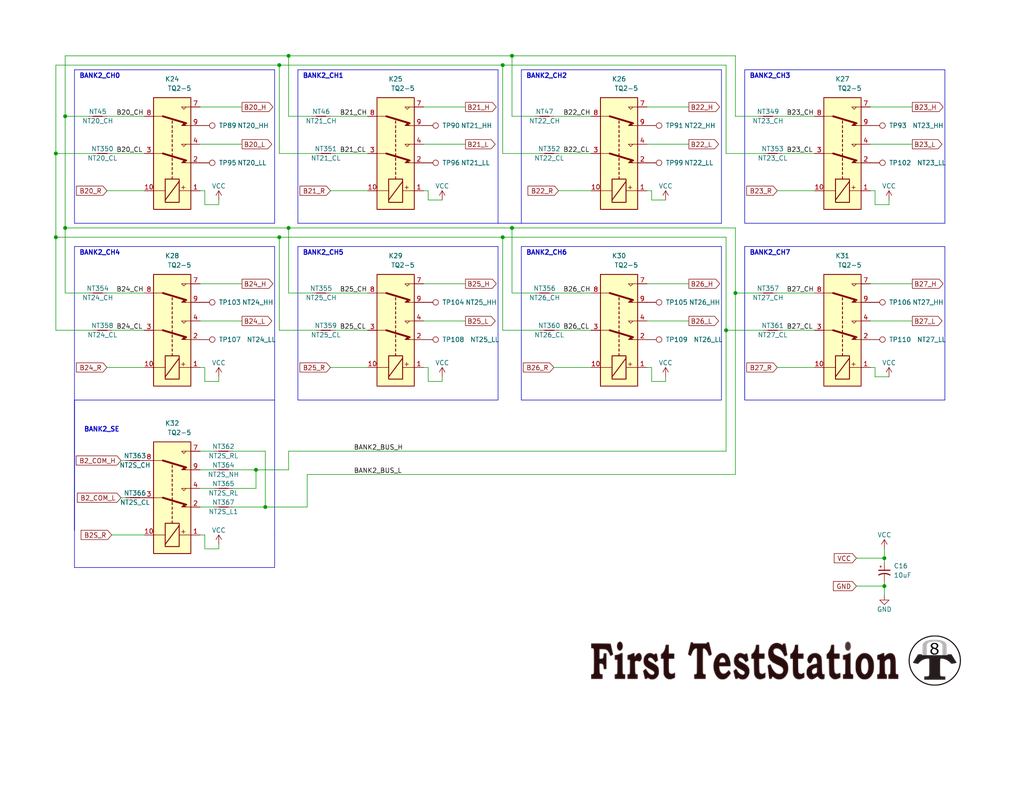
<source format=kicad_sch>
(kicad_sch (version 20230121) (generator eeschema)
  (paper "A")
  (title_block (title "Interconnect IO Board  640-1000-010") (date "2022-06-01") (rev "1.0"))
  (lib_symbols
    (symbol "Library:C_Polarized_Small_US" (pin_numbers hide) (pin_names (offset 0.254) hide)
      (property "Reference" "C" (at 0.254 1.778 0))
      (property "Value" "C_Polarized_Small_US" (at 0.254 -2.032 0))
      (symbol "C_Polarized_Small_US_0_1"
        (polyline (pts (xy -1.524 0.508) (xy 1.524 0.508)) (stroke (width 0.3048)))
        (polyline (pts (xy -1.27 1.524) (xy -0.762 1.524)))
        (polyline (pts (xy -1.016 1.27) (xy -1.016 1.778)))
        (arc (start 1.524 -0.762) (mid 0 -0.3734) (end -1.524 -0.762) (stroke (width 0.3048)))
      )
      (symbol "C_Polarized_Small_US_1_1"
        (pin passive line (at 0 2.54 270) (length 2.032) (name "~") (number "1"))
        (pin passive line (at 0 -2.54 90) (length 2.032) (name "~") (number "2"))
      )
    )
    (symbol "Library:NetTie_2" (pin_numbers hide) (pin_names (offset 0) hide)
      (property "Reference" "NT" (at 0 1.27 0))
      (property "Value" "NetTie_2" (at 0 -1.27 0))
      (symbol "NetTie_2_0_1"
        (polyline (pts (xy -1.27 0) (xy 1.27 0)) (stroke (width 0.254)))
      )
      (symbol "NetTie_2_1_1"
        (pin passive line (at -2.54 0 0) (length 2.54) (name "1") (number "1"))
        (pin passive line (at 2.54 0 180) (length 2.54) (name "2") (number "2"))
      )
    )
    (symbol "Library:TQ2-5"
      (property "Reference" "K?" (at 17.78 1.2701 0))
      (property "Value" "TQ2-5" (at 17.78 -1.2699 0))
      (symbol "TQ2-5_0_0"
        (text "+" (at -9.271 2.921 0) (effects (font (size 1.27 1.27))))
      )
      (symbol "TQ2-5_0_1"
        (rectangle (start -15.24 5.08) (end 15.24 -5.08) (stroke (width 0.254)) (fill (type background)))
        (rectangle (start -13.335 1.905) (end -6.985 -1.905) (stroke (width 0.254)))
        (polyline (pts (xy -12.7 -1.905) (xy -7.62 1.905)) (stroke (width 0.254)))
        (polyline (pts (xy -10.16 -5.08) (xy -10.16 -1.905)))
        (polyline (pts (xy -10.16 5.08) (xy -10.16 1.905)))
        (polyline (pts (xy -6.985 0) (xy -6.35 0)) (stroke (width 0.254)))
        (polyline (pts (xy -5.715 0) (xy -5.08 0)) (stroke (width 0.254)))
        (polyline (pts (xy -4.445 0) (xy -3.81 0)) (stroke (width 0.254)))
        (polyline (pts (xy -3.175 0) (xy -2.54 0)) (stroke (width 0.254)))
        (polyline (pts (xy -1.905 0) (xy -1.27 0)) (stroke (width 0.254)))
        (polyline (pts (xy -0.635 0) (xy 0 0)) (stroke (width 0.254)))
        (polyline (pts (xy 0 -2.54) (xy -1.905 3.81)) (stroke (width 0.508)))
        (polyline (pts (xy 0 -2.54) (xy 0 -5.08)))
        (polyline (pts (xy 0.635 0) (xy 1.27 0)) (stroke (width 0.254)))
        (polyline (pts (xy 1.905 0) (xy 2.54 0)) (stroke (width 0.254)))
        (polyline (pts (xy 3.175 0) (xy 3.81 0)) (stroke (width 0.254)))
        (polyline (pts (xy 4.445 0) (xy 5.08 0)) (stroke (width 0.254)))
        (polyline (pts (xy 5.715 0) (xy 6.35 0)) (stroke (width 0.254)))
        (polyline (pts (xy 6.985 0) (xy 7.62 0)) (stroke (width 0.254)))
        (polyline (pts (xy 8.255 0) (xy 8.89 0)) (stroke (width 0.254)))
        (polyline (pts (xy 10.16 -2.54) (xy 8.255 3.81)) (stroke (width 0.508)))
        (polyline (pts (xy 10.16 -2.54) (xy 10.16 -5.08)))
        (polyline (pts (xy -2.54 5.08) (xy -2.54 2.54) (xy -1.905 3.175) (xy -2.54 3.81)) (fill (type outline)))
        (polyline (pts (xy 2.54 5.08) (xy 2.54 2.54) (xy 1.905 3.175) (xy 2.54 3.81)))
        (polyline (pts (xy 7.62 5.08) (xy 7.62 2.54) (xy 8.255 3.175) (xy 7.62 3.81)) (fill (type outline)))
        (polyline (pts (xy 12.7 5.08) (xy 12.7 2.54) (xy 12.065 3.175) (xy 12.7 3.81)))
      )
      (symbol "TQ2-5_1_1"
        (pin passive line (at -10.16 7.62 270) (length 2.54) (name "~") (number "1"))
        (pin passive line (at -10.16 -7.62 90) (length 2.54) (name "~") (number "10"))
        (pin passive line (at -2.54 7.62 270) (length 2.54) (name "~") (number "2"))
        (pin passive line (at 0 -7.62 90) (length 2.54) (name "~") (number "3"))
        (pin passive line (at 2.54 7.62 270) (length 2.54) (name "~") (number "4"))
        (pin passive line (at 12.7 7.62 270) (length 2.54) (name "~") (number "7"))
        (pin passive line (at 10.16 -7.62 90) (length 2.54) (name "~") (number "8"))
        (pin passive line (at 7.62 7.62 270) (length 2.54) (name "~") (number "9"))
      )
    )
    (symbol "Library:TestPoint" (pin_numbers hide) (pin_names (offset 0.762) hide)
      (property "Reference" "TP" (at 0 6.858 0))
      (property "Value" "TestPoint" (at 0 5.08 0))
      (symbol "TestPoint_0_1"
        (circle (center 0 3.302) (radius 0.762))
      )
      (symbol "TestPoint_1_1"
        (pin passive line (at 0 0 90) (length 2.54) (name "1") (number "1"))
      )
    )
    (symbol "power:GND" (power) (pin_names (offset 0))
      (property "Value" "GND" (at 0 -3.81 0))
      (symbol "GND_0_1"
        (polyline (pts (xy 0 0) (xy 0 -1.27) (xy 1.27 -1.27) (xy 0 -2.54) (xy -1.27 -1.27) (xy 0 -1.27)))
      )
      (symbol "GND_1_1"
        (pin power_in line (at 0 0 270) (length 0) hide (name "GND") (number "1"))
      )
    )
    (symbol "power:VCC" (power) (pin_names (offset 0))
      (property "Value" "VCC" (at 0 3.81 0))
      (symbol "VCC_0_1"
        (polyline (pts (xy -0.762 1.27) (xy 0 2.54)))
        (polyline (pts (xy 0 0) (xy 0 2.54)))
        (polyline (pts (xy 0 2.54) (xy 0.762 1.27)))
      )
      (symbol "VCC_1_1"
        (pin power_in line (at 0 0 90) (length 0) hide (name "VCC") (number "1"))
      )
    )
  )
  (junction (at 69.85 128.27))
  (junction (at 17.78 62.23))
  (junction (at 76.2 64.77))
  (junction (at 241.3 152.4))
  (junction (at 72.39 138.43))
  (junction (at 200.66 80.01))
  (junction (at 78.74 15.24))
  (junction (at 76.2 17.78))
  (junction (at 137.16 64.77))
  (junction (at 17.78 31.75))
  (junction (at 139.7 62.23))
  (junction (at 137.16 17.78))
  (junction (at 15.24 64.77))
  (junction (at 78.74 62.23))
  (junction (at 198.12 90.17))
  (junction (at 139.7 15.24))
  (junction (at 241.3 160.02))
  (junction (at 15.24 41.91))
  (wire (pts (xy 152.4 90.17) (xy 161.29 90.17)))
  (wire (pts (xy 55.88 100.33) (xy 55.88 104.14)))
  (wire (pts (xy 238.76 100.33) (xy 237.49 100.33)))
  (wire (pts (xy 181.61 54.61) (xy 177.8 54.61)))
  (polyline (pts (xy 135.89 109.22) (xy 135.89 67.31)))
  (polyline (pts (xy 196.85 19.05) (xy 142.24 19.05)))
  (wire (pts (xy 115.57 39.37) (xy 127 39.37)))
  (wire (pts (xy 55.88 100.33) (xy 54.61 100.33)))
  (wire (pts (xy 151.13 100.33) (xy 161.29 100.33)))
  (wire (pts (xy 69.85 133.35) (xy 69.85 128.27)))
  (wire (pts (xy 237.49 39.37) (xy 248.92 39.37)))
  (wire (pts (xy 90.17 100.33) (xy 100.33 100.33)))
  (wire (pts (xy 55.88 52.07) (xy 54.61 52.07)))
  (wire (pts (xy 63.5 133.35) (xy 69.85 133.35)))
  (wire (pts (xy 237.49 77.47) (xy 248.92 77.47)))
  (wire (pts (xy 15.24 90.17) (xy 25.4 90.17)))
  (wire (pts (xy 29.21 52.07) (xy 39.37 52.07)))
  (wire (pts (xy 116.84 100.33) (xy 116.84 104.14)))
  (wire (pts (xy 78.74 15.24) (xy 17.78 15.24)))
  (polyline (pts (xy 20.32 60.96) (xy 74.93 60.96)))
  (wire (pts (xy 200.66 62.23) (xy 139.7 62.23)))
  (polyline (pts (xy 20.32 154.94) (xy 74.93 154.94)))
  (wire (pts (xy 59.69 149.86) (xy 55.88 149.86)))
  (polyline (pts (xy 74.93 146.05) (xy 74.93 67.31)))
  (wire (pts (xy 241.3 149.86) (xy 241.3 152.4)))
  (wire (pts (xy 139.7 62.23) (xy 139.7 80.01)))
  (wire (pts (xy 238.76 100.33) (xy 238.76 102.87)))
  (wire (pts (xy 90.17 31.75) (xy 100.33 31.75)))
  (wire (pts (xy 120.65 102.87) (xy 120.65 104.14)))
  (wire (pts (xy 55.88 146.05) (xy 55.88 149.86)))
  (wire (pts (xy 213.36 41.91) (xy 222.25 41.91)))
  (wire (pts (xy 15.24 41.91) (xy 15.24 17.78)))
  (polyline (pts (xy 74.93 154.94) (xy 74.93 146.05)))
  (polyline (pts (xy 203.2 67.31) (xy 203.2 109.22)))
  (polyline (pts (xy 196.85 67.31) (xy 142.24 67.31)))
  (wire (pts (xy 78.74 62.23) (xy 139.7 62.23)))
  (wire (pts (xy 116.84 100.33) (xy 115.57 100.33)))
  (polyline (pts (xy 74.93 109.22) (xy 20.32 109.22)))
  (wire (pts (xy 200.66 129.54) (xy 83.82 129.54)))
  (wire (pts (xy 54.61 123.19) (xy 58.42 123.19)))
  (wire (pts (xy 177.8 52.07) (xy 177.8 54.61)))
  (wire (pts (xy 237.49 29.21) (xy 248.92 29.21)))
  (wire (pts (xy 15.24 41.91) (xy 25.4 41.91)))
  (wire (pts (xy 115.57 29.21) (xy 127 29.21)))
  (wire (pts (xy 200.66 80.01) (xy 200.66 62.23)))
  (wire (pts (xy 17.78 62.23) (xy 17.78 31.75)))
  (wire (pts (xy 176.53 29.21) (xy 187.96 29.21)))
  (polyline (pts (xy 142.24 109.22) (xy 142.24 67.31)))
  (wire (pts (xy 137.16 17.78) (xy 137.16 41.91)))
  (wire (pts (xy 33.02 135.89) (xy 34.29 135.89)))
  (wire (pts (xy 238.76 52.07) (xy 238.76 55.88)))
  (wire (pts (xy 76.2 17.78) (xy 137.16 17.78)))
  (wire (pts (xy 120.65 104.14) (xy 116.84 104.14)))
  (polyline (pts (xy 81.28 19.05) (xy 81.28 60.96)))
  (wire (pts (xy 15.24 64.77) (xy 15.24 41.91)))
  (wire (pts (xy 72.39 138.43) (xy 63.5 138.43)))
  (wire (pts (xy 237.49 87.63) (xy 248.92 87.63)))
  (wire (pts (xy 151.13 31.75) (xy 161.29 31.75)))
  (polyline (pts (xy 20.32 109.22) (xy 20.32 144.78)))
  (wire (pts (xy 198.12 64.77) (xy 198.12 90.17)))
  (wire (pts (xy 54.61 29.21) (xy 66.04 29.21)))
  (wire (pts (xy 78.74 123.19) (xy 78.74 128.27)))
  (wire (pts (xy 33.02 125.73) (xy 34.29 125.73)))
  (wire (pts (xy 15.24 64.77) (xy 76.2 64.77)))
  (wire (pts (xy 200.66 31.75) (xy 200.66 15.24)))
  (polyline (pts (xy 257.81 67.31) (xy 203.2 67.31)))
  (wire (pts (xy 176.53 87.63) (xy 187.96 87.63)))
  (wire (pts (xy 177.8 100.33) (xy 176.53 100.33)))
  (polyline (pts (xy 81.28 109.22) (xy 81.28 67.31)))
  (polyline (pts (xy 196.85 60.96) (xy 196.85 19.05)))
  (polyline (pts (xy 142.24 19.05) (xy 142.24 60.96)))
  (polyline (pts (xy 142.24 109.22) (xy 196.85 109.22)))
  (wire (pts (xy 242.57 55.88) (xy 238.76 55.88)))
  (polyline (pts (xy 74.93 67.31) (xy 20.32 67.31)))
  (polyline (pts (xy 81.28 60.96) (xy 135.89 60.96)))
  (wire (pts (xy 212.09 52.07) (xy 222.25 52.07)))
  (wire (pts (xy 146.05 31.75) (xy 139.7 31.75)))
  (wire (pts (xy 30.48 41.91) (xy 39.37 41.91)))
  (wire (pts (xy 78.74 31.75) (xy 78.74 15.24)))
  (wire (pts (xy 78.74 80.01) (xy 85.09 80.01)))
  (polyline (pts (xy 74.93 19.05) (xy 20.32 19.05)))
  (polyline (pts (xy 203.2 109.22) (xy 257.81 109.22)))
  (wire (pts (xy 17.78 15.24) (xy 17.78 31.75)))
  (polyline (pts (xy 203.2 60.96) (xy 257.81 60.96)))
  (wire (pts (xy 198.12 41.91) (xy 208.28 41.91)))
  (wire (pts (xy 54.61 39.37) (xy 66.04 39.37)))
  (wire (pts (xy 30.48 90.17) (xy 39.37 90.17)))
  (wire (pts (xy 115.57 87.63) (xy 127 87.63)))
  (wire (pts (xy 139.7 80.01) (xy 146.05 80.01)))
  (wire (pts (xy 207.01 80.01) (xy 200.66 80.01)))
  (wire (pts (xy 91.44 90.17) (xy 100.33 90.17)))
  (polyline (pts (xy 142.24 60.96) (xy 196.85 60.96)))
  (wire (pts (xy 115.57 77.47) (xy 127 77.47)))
  (wire (pts (xy 76.2 41.91) (xy 86.36 41.91)))
  (wire (pts (xy 242.57 102.87) (xy 238.76 102.87)))
  (wire (pts (xy 198.12 90.17) (xy 208.28 90.17)))
  (wire (pts (xy 116.84 52.07) (xy 116.84 54.61)))
  (wire (pts (xy 54.61 133.35) (xy 58.42 133.35)))
  (wire (pts (xy 17.78 31.75) (xy 24.13 31.75)))
  (wire (pts (xy 78.74 62.23) (xy 78.74 80.01)))
  (polyline (pts (xy 196.85 109.22) (xy 196.85 67.31)))
  (wire (pts (xy 30.48 146.05) (xy 39.37 146.05)))
  (wire (pts (xy 59.69 102.87) (xy 59.69 104.14)))
  (wire (pts (xy 200.66 15.24) (xy 139.7 15.24)))
  (wire (pts (xy 241.3 152.4) (xy 241.3 153.67)))
  (polyline (pts (xy 135.89 60.96) (xy 135.89 19.05)))
  (wire (pts (xy 120.65 54.61) (xy 116.84 54.61)))
  (wire (pts (xy 29.21 31.75) (xy 39.37 31.75)))
  (wire (pts (xy 54.61 138.43) (xy 58.42 138.43)))
  (wire (pts (xy 212.09 80.01) (xy 222.25 80.01)))
  (polyline (pts (xy 20.32 109.22) (xy 20.32 154.94)))
  (wire (pts (xy 241.3 160.02) (xy 241.3 158.75)))
  (wire (pts (xy 137.16 41.91) (xy 147.32 41.91)))
  (polyline (pts (xy 20.32 67.31) (xy 20.32 109.22)))
  (polyline (pts (xy 81.28 109.22) (xy 135.89 109.22)))
  (wire (pts (xy 233.68 160.02) (xy 241.3 160.02)))
  (wire (pts (xy 139.7 31.75) (xy 139.7 15.24)))
  (wire (pts (xy 72.39 123.19) (xy 72.39 138.43)))
  (polyline (pts (xy 135.89 19.05) (xy 81.28 19.05)))
  (wire (pts (xy 55.88 146.05) (xy 54.61 146.05)))
  (wire (pts (xy 29.21 100.33) (xy 39.37 100.33)))
  (wire (pts (xy 83.82 129.54) (xy 83.82 138.43)))
  (wire (pts (xy 76.2 90.17) (xy 86.36 90.17)))
  (wire (pts (xy 213.36 90.17) (xy 222.25 90.17)))
  (wire (pts (xy 59.69 148.59) (xy 59.69 149.86)))
  (wire (pts (xy 91.44 41.91) (xy 100.33 41.91)))
  (wire (pts (xy 24.13 80.01) (xy 17.78 80.01)))
  (wire (pts (xy 17.78 62.23) (xy 78.74 62.23)))
  (wire (pts (xy 59.69 55.88) (xy 55.88 55.88)))
  (wire (pts (xy 116.84 52.07) (xy 115.57 52.07)))
  (polyline (pts (xy 74.93 60.96) (xy 74.93 19.05)))
  (polyline (pts (xy 257.81 109.22) (xy 257.81 67.31)))
  (wire (pts (xy 242.57 54.61) (xy 242.57 55.88)))
  (wire (pts (xy 152.4 52.07) (xy 161.29 52.07)))
  (wire (pts (xy 137.16 90.17) (xy 147.32 90.17)))
  (wire (pts (xy 198.12 41.91) (xy 198.12 17.78)))
  (wire (pts (xy 54.61 77.47) (xy 66.04 77.47)))
  (wire (pts (xy 59.69 104.14) (xy 55.88 104.14)))
  (wire (pts (xy 181.61 102.87) (xy 181.61 104.14)))
  (wire (pts (xy 241.3 160.02) (xy 241.3 162.56)))
  (wire (pts (xy 15.24 64.77) (xy 15.24 90.17)))
  (wire (pts (xy 78.74 123.19) (xy 198.12 123.19)))
  (polyline (pts (xy 20.32 19.05) (xy 20.32 60.96)))
  (wire (pts (xy 69.85 128.27) (xy 78.74 128.27)))
  (wire (pts (xy 83.82 138.43) (xy 72.39 138.43)))
  (wire (pts (xy 212.09 100.33) (xy 222.25 100.33)))
  (wire (pts (xy 198.12 17.78) (xy 137.16 17.78)))
  (wire (pts (xy 212.09 31.75) (xy 222.25 31.75)))
  (wire (pts (xy 90.17 52.07) (xy 100.33 52.07)))
  (wire (pts (xy 151.13 80.01) (xy 161.29 80.01)))
  (wire (pts (xy 76.2 64.77) (xy 76.2 90.17)))
  (wire (pts (xy 181.61 104.14) (xy 177.8 104.14)))
  (polyline (pts (xy 257.81 60.96) (xy 257.81 19.05)))
  (wire (pts (xy 233.68 152.4) (xy 241.3 152.4)))
  (polyline (pts (xy 257.81 19.05) (xy 203.2 19.05)))
  (polyline (pts (xy 135.89 60.96) (xy 142.24 60.96)))
  (wire (pts (xy 152.4 41.91) (xy 161.29 41.91)))
  (wire (pts (xy 63.5 123.19) (xy 72.39 123.19)))
  (wire (pts (xy 54.61 128.27) (xy 58.42 128.27)))
  (wire (pts (xy 15.24 17.78) (xy 76.2 17.78)))
  (polyline (pts (xy 203.2 67.31) (xy 203.2 109.22)))
  (polyline (pts (xy 203.2 19.05) (xy 203.2 60.96)))
  (wire (pts (xy 90.17 80.01) (xy 100.33 80.01)))
  (wire (pts (xy 76.2 64.77) (xy 137.16 64.77)))
  (wire (pts (xy 177.8 100.33) (xy 177.8 104.14)))
  (wire (pts (xy 63.5 128.27) (xy 69.85 128.27)))
  (wire (pts (xy 54.61 87.63) (xy 66.04 87.63)))
  (wire (pts (xy 59.69 54.61) (xy 59.69 55.88)))
  (polyline (pts (xy 135.89 67.31) (xy 81.28 67.31)))
  (wire (pts (xy 200.66 80.01) (xy 200.66 129.54)))
  (wire (pts (xy 198.12 123.19) (xy 198.12 90.17)))
  (wire (pts (xy 139.7 15.24) (xy 78.74 15.24)))
  (wire (pts (xy 176.53 77.47) (xy 187.96 77.47)))
  (wire (pts (xy 207.01 31.75) (xy 200.66 31.75)))
  (wire (pts (xy 17.78 80.01) (xy 17.78 62.23)))
  (wire (pts (xy 176.53 39.37) (xy 187.96 39.37)))
  (wire (pts (xy 55.88 52.07) (xy 55.88 55.88)))
  (wire (pts (xy 76.2 41.91) (xy 76.2 17.78)))
  (wire (pts (xy 29.21 80.01) (xy 39.37 80.01)))
  (wire (pts (xy 85.09 31.75) (xy 78.74 31.75)))
  (wire (pts (xy 137.16 64.77) (xy 137.16 90.17)))
  (wire (pts (xy 137.16 64.77) (xy 198.12 64.77)))
  (wire (pts (xy 177.8 52.07) (xy 176.53 52.07)))
  (wire (pts (xy 238.76 52.07) (xy 237.49 52.07)))
  (image (at 255.27 180.34))
  (image (at 203.2 180.34) (scale 2.13772))
  (text "BANK2_CH1" (at 82.55 21.59 0) (effects (font (size 1.27 1.27) (thickness 0.254) bold) (justify left bottom)))
  (text "BANK2_SE" (at 22.86 118.11 0) (effects (font (size 1.27 1.27) (thickness 0.254) bold) (justify left bottom)))
  (text "BANK2_CH4" (at 21.59 69.85 0) (effects (font (size 1.27 1.27) (thickness 0.254) bold) (justify left bottom)))
  (text "BANK2_CH6" (at 143.51 69.85 0) (effects (font (size 1.27 1.27) (thickness 0.254) bold) (justify left bottom)))
  (text "BANK2_CH7" (at 204.47 69.85 0) (effects (font (size 1.27 1.27) (thickness 0.254) bold) (justify left bottom)))
  (text "BANK2_CH3" (at 204.47 21.59 0) (effects (font (size 1.27 1.27) (thickness 0.254) bold) (justify left bottom)))
  (text "BANK2_CH5" (at 82.55 69.85 0) (effects (font (size 1.27 1.27) (thickness 0.254) bold) (justify left bottom)))
  (text "BANK2_CH0" (at 21.59 21.59 0) (effects (font (size 1.27 1.27) (thickness 0.254) bold) (justify left bottom)))
  (text "BANK2_CH2" (at 143.51 21.59 0) (effects (font (size 1.27 1.27) (thickness 0.254) bold) (justify left bottom)))
  (label "B20_CH" (at 31.75 31.75 0))
  (label "B21_CH" (at 92.71 31.75 0))
  (label "B25_CH" (at 92.71 80.01 0))
  (label "B23_CL" (at 214.63 41.91 0))
  (label "B25_CL" (at 92.71 90.17 0))
  (label "B24_CL" (at 31.75 90.17 0))
  (label "B23_CH" (at 214.63 31.75 0))
  (label "B20_CL" (at 31.75 41.91 0))
  (label "BANK2_BUS_L" (at 96.52 129.54 0))
  (label "B26_CH" (at 153.67 80.01 0))
  (label "B27_CL" (at 214.63 90.17 0))
  (label "B27_CH" (at 214.63 80.01 0))
  (label "B22_CL" (at 153.67 41.91 0))
  (label "B22_CH" (at 153.67 31.75 0))
  (label "BANK2_BUS_H" (at 96.52 123.19 0))
  (label "B24_CH" (at 31.75 80.01 0))
  (label "B21_CL" (at 92.71 41.91 0))
  (label "B26_CL" (at 153.67 90.17 0))
  (global_label "B27_H" (shape output) (at 248.92 77.47 0) (property "Intersheetrefs" "${INTERSHEET_REFS}" (effects hide)))
  (global_label "B22_H" (shape output) (at 187.96 29.21 0) (property "Intersheetrefs" "${INTERSHEET_REFS}" (effects hide)))
  (global_label "B25_H" (shape output) (at 127 77.47 0) (property "Intersheetrefs" "${INTERSHEET_REFS}" (effects hide)))
  (global_label "B23_H" (shape output) (at 248.92 29.21 0) (property "Intersheetrefs" "${INTERSHEET_REFS}" (effects hide)))
  (global_label "B20_H" (shape output) (at 66.04 29.21 0) (property "Intersheetrefs" "${INTERSHEET_REFS}" (effects hide)))
  (global_label "B22_L" (shape output) (at 187.96 39.37 0) (property "Intersheetrefs" "${INTERSHEET_REFS}" (effects hide)))
  (global_label "B20_R" (shape input) (at 29.21 52.07 180) (property "Intersheetrefs" "${INTERSHEET_REFS}" (effects hide)))
  (global_label "B25_R" (shape input) (at 90.17 100.33 180) (property "Intersheetrefs" "${INTERSHEET_REFS}" (effects hide)))
  (global_label "B22_R" (shape input) (at 152.4 52.07 180) (property "Intersheetrefs" "${INTERSHEET_REFS}" (effects hide)))
  (global_label "B21_L" (shape output) (at 127 39.37 0) (property "Intersheetrefs" "${INTERSHEET_REFS}" (effects hide)))
  (global_label "B21_H" (shape output) (at 127 29.21 0) (property "Intersheetrefs" "${INTERSHEET_REFS}" (effects hide)))
  (global_label "B24_R" (shape input) (at 29.21 100.33 180) (property "Intersheetrefs" "${INTERSHEET_REFS}" (effects hide)))
  (global_label "GND" (shape input) (at 233.68 160.02 180) (property "Intersheetrefs" "${INTERSHEET_REFS}" (effects hide)))
  (global_label "B21_R" (shape input) (at 90.17 52.07 180) (property "Intersheetrefs" "${INTERSHEET_REFS}" (effects hide)))
  (global_label "B27_L" (shape output) (at 248.92 87.63 0) (property "Intersheetrefs" "${INTERSHEET_REFS}" (effects hide)))
  (global_label "B2S_R" (shape input) (at 30.48 146.05 180) (property "Intersheetrefs" "${INTERSHEET_REFS}" (effects hide)))
  (global_label "B24_H" (shape output) (at 66.04 77.47 0) (property "Intersheetrefs" "${INTERSHEET_REFS}" (effects hide)))
  (global_label "B25_L" (shape output) (at 127 87.63 0) (property "Intersheetrefs" "${INTERSHEET_REFS}" (effects hide)))
  (global_label "B26_H" (shape output) (at 187.96 77.47 0) (property "Intersheetrefs" "${INTERSHEET_REFS}" (effects hide)))
  (global_label "B26_R" (shape input) (at 151.13 100.33 180) (property "Intersheetrefs" "${INTERSHEET_REFS}" (effects hide)))
  (global_label "B23_R" (shape input) (at 212.09 52.07 180) (property "Intersheetrefs" "${INTERSHEET_REFS}" (effects hide)))
  (global_label "B27_R" (shape input) (at 212.09 100.33 180) (property "Intersheetrefs" "${INTERSHEET_REFS}" (effects hide)))
  (global_label "B2_COM_H" (shape input) (at 33.02 125.73 180) (property "Intersheetrefs" "${INTERSHEET_REFS}" (effects hide)))
  (global_label "B26_L" (shape output) (at 187.96 87.63 0) (property "Intersheetrefs" "${INTERSHEET_REFS}" (effects hide)))
  (global_label "B20_L" (shape output) (at 66.04 39.37 0) (property "Intersheetrefs" "${INTERSHEET_REFS}" (effects hide)))
  (global_label "B2_COM_L" (shape input) (at 33.02 135.89 180) (property "Intersheetrefs" "${INTERSHEET_REFS}" (effects hide)))
  (global_label "B24_L" (shape output) (at 66.04 87.63 0) (property "Intersheetrefs" "${INTERSHEET_REFS}" (effects hide)))
  (global_label "B23_L" (shape output) (at 248.92 39.37 0) (property "Intersheetrefs" "${INTERSHEET_REFS}" (effects hide)))
  (global_label "VCC" (shape input) (at 233.68 152.4 180) (property "Intersheetrefs" "${INTERSHEET_REFS}" (effects hide)))
  (symbol (lib_id "Library:C_Polarized_Small_US") (at 241.3 156.21 0) (unit 1)
    (property "Reference" "C16" (at 243.84 154.5081 0) (effects (justify left)))
    (property "Value" "10uF" (at 243.84 157.0481 0) (effects (justify left)))
    (property "Footprint" "Capacitor_THT:CP_Radial_D4.0mm_P1.50mm" (effects hide))
  )
  (symbol (lib_id "Library:NetTie_2") (at 36.83 125.73 0) (unit 1)
    (property "Reference" "NT363" (at 36.83 124.46 0))
    (property "Value" "NT2S_CH" (at 36.83 127 0))
    (property "Footprint" "NetTie:NetTie-2_Front1.0mm" (effects hide))
  )
  (symbol (lib_id "Library:TQ2-5") (at 46.99 41.91 270) (mirror x) (unit 1)
    (property "Reference" "K24" (at 46.99 21.59 90))
    (property "Value" "TQ2-5" (at 45.7201 24.13 90) (effects (justify left)))
    (property "Footprint" "Relay_THT:Relay_DPDT_FRT5" (effects hide))
    (property "Datasheet" "http://omronfs.omron.com/en_US/ecb/products/pdf/en-tq2.pdf" (effects hide))
  )
  (symbol (lib_id "Library:TestPoint") (at 54.61 82.55 270) (unit 1)
    (property "Reference" "TP103" (at 59.69 82.55 90) (effects (justify left)))
    (property "Value" "NT24_HH" (at 66.04 82.55 90) (effects (justify left)))
    (property "Footprint" "TestPoint:TestPoint_THTPad_D1.5mm_Drill0.7mm" (effects hide))
  )
  (symbol (lib_id "Library:TestPoint") (at 176.53 44.45 270) (unit 1)
    (property "Reference" "TP99" (at 181.61 44.45 90) (effects (justify left)))
    (property "Value" "NT22_LL" (at 186.69 44.45 90) (effects (justify left)))
    (property "Footprint" "TestPoint:TestPoint_THTPad_D1.5mm_Drill0.7mm" (effects hide))
  )
  (symbol (lib_id "power:VCC") (at 181.61 102.87 0) (unit 1)
    (property "Reference" "#PWR060" (effects hide))
    (property "Value" "VCC" (at 181.61 99.06 0))
  )
  (symbol (lib_id "Library:NetTie_2") (at 87.63 80.01 0) (unit 1)
    (property "Reference" "NT355" (at 87.63 78.74 0))
    (property "Value" "NT25_CH" (at 87.63 81.28 0))
    (property "Footprint" "NetTie:NetTie-2_Front1.0mm" (effects hide))
  )
  (symbol (lib_id "Library:NetTie_2") (at 88.9 90.17 0) (unit 1)
    (property "Reference" "NT359" (at 88.9 88.9 0))
    (property "Value" "NT25_CL" (at 88.9 91.44 0))
    (property "Footprint" "NetTie:NetTie-2_Front1.0mm" (effects hide))
  )
  (symbol (lib_id "power:VCC") (at 59.69 148.59 0) (unit 1)
    (property "Reference" "#PWR062" (effects hide))
    (property "Value" "VCC" (at 59.69 144.78 0))
  )
  (symbol (lib_id "Library:NetTie_2") (at 209.55 31.75 0) (unit 1)
    (property "Reference" "NT349" (at 209.55 30.48 0))
    (property "Value" "NT23_CH" (at 209.55 33.02 0))
    (property "Footprint" "NetTie:NetTie-2_Front1.0mm" (effects hide))
  )
  (symbol (lib_id "Library:NetTie_2") (at 27.94 90.17 0) (unit 1)
    (property "Reference" "NT358" (at 27.94 88.9 0))
    (property "Value" "NT24_CL" (at 27.94 91.44 0))
    (property "Footprint" "NetTie:NetTie-2_Front1.0mm" (effects hide))
  )
  (symbol (lib_id "Library:TestPoint") (at 237.49 92.71 270) (unit 1)
    (property "Reference" "TP110" (at 242.57 92.71 90) (effects (justify left)))
    (property "Value" "NT27_LL" (at 250.19 92.71 90) (effects (justify left)))
    (property "Footprint" "TestPoint:TestPoint_THTPad_D1.5mm_Drill0.7mm" (effects hide))
  )
  (symbol (lib_id "Library:NetTie_2") (at 26.67 31.75 0) (unit 1)
    (property "Reference" "NT45" (at 26.67 30.48 0))
    (property "Value" "NT20_CH" (at 26.67 33.02 0))
    (property "Footprint" "NetTie:NetTie-2_Front1.0mm" (effects hide))
  )
  (symbol (lib_id "Library:NetTie_2") (at 149.86 90.17 0) (unit 1)
    (property "Reference" "NT360" (at 149.86 88.9 0))
    (property "Value" "NT26_CL" (at 149.86 91.44 0))
    (property "Footprint" "NetTie:NetTie-2_Front1.0mm" (effects hide))
  )
  (symbol (lib_id "power:VCC") (at 242.57 102.87 0) (unit 1)
    (property "Reference" "#PWR061" (effects hide))
    (property "Value" "VCC" (at 242.57 99.06 0))
  )
  (symbol (lib_id "Library:TestPoint") (at 115.57 92.71 270) (unit 1)
    (property "Reference" "TP108" (at 120.65 92.71 90) (effects (justify left)))
    (property "Value" "NT25_LL" (at 128.27 92.71 90) (effects (justify left)))
    (property "Footprint" "TestPoint:TestPoint_THTPad_D1.5mm_Drill0.7mm" (effects hide))
  )
  (symbol (lib_id "Library:TestPoint") (at 176.53 82.55 270) (unit 1)
    (property "Reference" "TP105" (at 181.61 82.55 90) (effects (justify left)))
    (property "Value" "NT26_HH" (at 187.96 82.55 90) (effects (justify left)))
    (property "Footprint" "TestPoint:TestPoint_THTPad_D1.5mm_Drill0.7mm" (effects hide))
  )
  (symbol (lib_id "Library:NetTie_2") (at 148.59 80.01 0) (unit 1)
    (property "Reference" "NT356" (at 148.59 78.74 0))
    (property "Value" "NT26_CH" (at 148.59 81.28 0))
    (property "Footprint" "NetTie:NetTie-2_Front1.0mm" (effects hide))
  )
  (symbol (lib_id "Library:NetTie_2") (at 27.94 41.91 0) (unit 1)
    (property "Reference" "NT350" (at 27.94 40.64 0))
    (property "Value" "NT20_CL" (at 27.94 43.18 0))
    (property "Footprint" "NetTie:NetTie-2_Front1.0mm" (effects hide))
  )
  (symbol (lib_id "Library:TestPoint") (at 176.53 92.71 270) (unit 1)
    (property "Reference" "TP109" (at 181.61 92.71 90) (effects (justify left)))
    (property "Value" "NT26_LL" (at 189.23 92.71 90) (effects (justify left)))
    (property "Footprint" "TestPoint:TestPoint_THTPad_D1.5mm_Drill0.7mm" (effects hide))
  )
  (symbol (lib_id "Library:TQ2-5") (at 46.99 90.17 270) (mirror x) (unit 1)
    (property "Reference" "K28" (at 46.99 69.85 90))
    (property "Value" "TQ2-5" (at 45.7201 72.39 90) (effects (justify left)))
    (property "Footprint" "Relay_THT:Relay_DPDT_FRT5" (effects hide))
    (property "Datasheet" "http://omronfs.omron.com/en_US/ecb/products/pdf/en-tq2.pdf" (effects hide))
  )
  (symbol (lib_id "power:VCC") (at 59.69 54.61 0) (unit 1)
    (property "Reference" "#PWR054" (effects hide))
    (property "Value" "VCC" (at 59.69 50.8 0))
  )
  (symbol (lib_id "Library:TQ2-5") (at 168.91 41.91 270) (mirror x) (unit 1)
    (property "Reference" "K26" (at 168.91 21.59 90))
    (property "Value" "TQ2-5" (at 167.6401 24.13 90) (effects (justify left)))
    (property "Footprint" "Relay_THT:Relay_DPDT_FRT5" (effects hide))
    (property "Datasheet" "http://omronfs.omron.com/en_US/ecb/products/pdf/en-tq2.pdf" (effects hide))
  )
  (symbol (lib_id "Library:TestPoint") (at 54.61 44.45 270) (unit 1)
    (property "Reference" "TP95" (at 59.69 44.45 90) (effects (justify left)))
    (property "Value" "NT20_LL" (at 64.77 44.45 90) (effects (justify left)))
    (property "Footprint" "TestPoint:TestPoint_THTPad_D1.5mm_Drill0.7mm" (effects hide))
  )
  (symbol (lib_id "power:VCC") (at 242.57 54.61 0) (unit 1)
    (property "Reference" "#PWR057" (effects hide))
    (property "Value" "VCC" (at 242.57 50.8 0))
  )
  (symbol (lib_id "Library:TQ2-5") (at 229.87 41.91 270) (mirror x) (unit 1)
    (property "Reference" "K27" (at 229.87 21.59 90))
    (property "Value" "TQ2-5" (at 228.6001 24.13 90) (effects (justify left)))
    (property "Footprint" "Relay_THT:Relay_DPDT_FRT5" (effects hide))
    (property "Datasheet" "http://omronfs.omron.com/en_US/ecb/products/pdf/en-tq2.pdf" (effects hide))
  )
  (symbol (lib_id "Library:TQ2-5") (at 229.87 90.17 270) (mirror x) (unit 1)
    (property "Reference" "K31" (at 229.87 69.85 90))
    (property "Value" "TQ2-5" (at 228.6001 72.39 90) (effects (justify left)))
    (property "Footprint" "Relay_THT:Relay_DPDT_FRT5" (effects hide))
    (property "Datasheet" "http://omronfs.omron.com/en_US/ecb/products/pdf/en-tq2.pdf" (effects hide))
  )
  (symbol (lib_id "Library:NetTie_2") (at 210.82 90.17 0) (unit 1)
    (property "Reference" "NT361" (at 210.82 88.9 0))
    (property "Value" "NT27_CL" (at 210.82 91.44 0))
    (property "Footprint" "NetTie:NetTie-2_Front1.0mm" (effects hide))
  )
  (symbol (lib_id "Library:NetTie_2") (at 60.96 128.27 0) (unit 1)
    (property "Reference" "NT364" (at 60.96 127 0))
    (property "Value" "NT2S_NH" (at 60.96 129.54 0))
    (property "Footprint" "NetTie:NetTie-2_Front1.0mm" (effects hide))
  )
  (symbol (lib_id "Library:NetTie_2") (at 87.63 31.75 0) (unit 1)
    (property "Reference" "NT46" (at 87.63 30.48 0))
    (property "Value" "NT21_CH" (at 87.63 33.02 0))
    (property "Footprint" "NetTie:NetTie-2_Front1.0mm" (effects hide))
  )
  (symbol (lib_id "Library:NetTie_2") (at 209.55 80.01 0) (unit 1)
    (property "Reference" "NT357" (at 209.55 78.74 0))
    (property "Value" "NT27_CH" (at 209.55 81.28 0))
    (property "Footprint" "NetTie:NetTie-2_Front1.0mm" (effects hide))
  )
  (symbol (lib_id "Library:TestPoint") (at 237.49 44.45 270) (unit 1)
    (property "Reference" "TP102" (at 242.57 44.45 90) (effects (justify left)))
    (property "Value" "NT23_LL" (at 250.19 44.45 90) (effects (justify left)))
    (property "Footprint" "TestPoint:TestPoint_THTPad_D1.5mm_Drill0.7mm" (effects hide))
  )
  (symbol (lib_id "Library:TQ2-5") (at 168.91 90.17 270) (mirror x) (unit 1)
    (property "Reference" "K30" (at 168.91 69.85 90))
    (property "Value" "TQ2-5" (at 167.6401 72.39 90) (effects (justify left)))
    (property "Footprint" "Relay_THT:Relay_DPDT_FRT5" (effects hide))
    (property "Datasheet" "http://omronfs.omron.com/en_US/ecb/products/pdf/en-tq2.pdf" (effects hide))
  )
  (symbol (lib_id "Library:TestPoint") (at 54.61 34.29 270) (unit 1)
    (property "Reference" "TP89" (at 59.69 34.29 90) (effects (justify left)))
    (property "Value" "NT20_HH" (at 64.77 34.29 90) (effects (justify left)))
    (property "Footprint" "TestPoint:TestPoint_THTPad_D1.5mm_Drill0.7mm" (effects hide))
  )
  (symbol (lib_id "Library:NetTie_2") (at 88.9 41.91 0) (unit 1)
    (property "Reference" "NT351" (at 88.9 40.64 0))
    (property "Value" "NT21_CL" (at 88.9 43.18 0))
    (property "Footprint" "NetTie:NetTie-2_Front1.0mm" (effects hide))
  )
  (symbol (lib_id "Library:TestPoint") (at 115.57 82.55 270) (unit 1)
    (property "Reference" "TP104" (at 120.65 82.55 90) (effects (justify left)))
    (property "Value" "NT25_HH" (at 127 82.55 90) (effects (justify left)))
    (property "Footprint" "TestPoint:TestPoint_THTPad_D1.5mm_Drill0.7mm" (effects hide))
  )
  (symbol (lib_id "Library:NetTie_2") (at 36.83 135.89 0) (unit 1)
    (property "Reference" "NT366" (at 36.83 134.62 0))
    (property "Value" "NT2S_CL" (at 36.83 137.16 0))
    (property "Footprint" "NetTie:NetTie-2_Front1.0mm" (effects hide))
  )
  (symbol (lib_id "Library:TestPoint") (at 237.49 82.55 270) (unit 1)
    (property "Reference" "TP106" (at 242.57 82.55 90) (effects (justify left)))
    (property "Value" "NT27_HH" (at 248.92 82.55 90) (effects (justify left)))
    (property "Footprint" "TestPoint:TestPoint_THTPad_D1.5mm_Drill0.7mm" (effects hide))
  )
  (symbol (lib_id "Library:NetTie_2") (at 210.82 41.91 0) (unit 1)
    (property "Reference" "NT353" (at 210.82 40.64 0))
    (property "Value" "NT23_CL" (at 210.82 43.18 0))
    (property "Footprint" "NetTie:NetTie-2_Front1.0mm" (effects hide))
  )
  (symbol (lib_id "Library:TQ2-5") (at 107.95 90.17 270) (mirror x) (unit 1)
    (property "Reference" "K29" (at 107.95 69.85 90))
    (property "Value" "TQ2-5" (at 106.6801 72.39 90) (effects (justify left)))
    (property "Footprint" "Relay_THT:Relay_DPDT_FRT5" (effects hide))
    (property "Datasheet" "http://omronfs.omron.com/en_US/ecb/products/pdf/en-tq2.pdf" (effects hide))
  )
  (symbol (lib_id "Library:NetTie_2") (at 149.86 41.91 0) (unit 1)
    (property "Reference" "NT352" (at 149.86 40.64 0))
    (property "Value" "NT22_CL" (at 149.86 43.18 0))
    (property "Footprint" "NetTie:NetTie-2_Front1.0mm" (effects hide))
  )
  (symbol (lib_id "Library:TestPoint") (at 237.49 34.29 270) (unit 1)
    (property "Reference" "TP93" (at 242.57 34.29 90) (effects (justify left)))
    (property "Value" "NT23_HH" (at 248.92 34.29 90) (effects (justify left)))
    (property "Footprint" "TestPoint:TestPoint_THTPad_D1.5mm_Drill0.7mm" (effects hide))
  )
  (symbol (lib_id "Library:NetTie_2") (at 26.67 80.01 0) (unit 1)
    (property "Reference" "NT354" (at 26.67 78.74 0))
    (property "Value" "NT24_CH" (at 26.67 81.28 0))
    (property "Footprint" "NetTie:NetTie-2_Front1.0mm" (effects hide))
  )
  (symbol (lib_id "Library:TestPoint") (at 115.57 34.29 270) (unit 1)
    (property "Reference" "TP90" (at 120.65 34.29 90) (effects (justify left)))
    (property "Value" "NT21_HH" (at 125.73 34.29 90) (effects (justify left)))
    (property "Footprint" "TestPoint:TestPoint_THTPad_D1.5mm_Drill0.7mm" (effects hide))
  )
  (symbol (lib_id "Library:NetTie_2") (at 60.96 123.19 0) (unit 1)
    (property "Reference" "NT362" (at 60.96 121.92 0))
    (property "Value" "NT2S_RL" (at 60.96 124.46 0))
    (property "Footprint" "NetTie:NetTie-2_Front1.0mm" (effects hide))
  )
  (symbol (lib_id "power:VCC") (at 120.65 54.61 0) (unit 1)
    (property "Reference" "#PWR055" (effects hide))
    (property "Value" "VCC" (at 120.65 50.8 0))
  )
  (symbol (lib_id "Library:NetTie_2") (at 60.96 138.43 0) (unit 1)
    (property "Reference" "NT367" (at 60.96 137.16 0))
    (property "Value" "NT2S_L1" (at 60.96 139.7 0))
    (property "Footprint" "NetTie:NetTie-2_Front1.0mm" (effects hide))
  )
  (symbol (lib_id "power:GND") (at 241.3 162.56 0) (unit 1)
    (property "Reference" "#PWR064" (effects hide))
    (property "Value" "GND" (at 241.3 166.37 0))
  )
  (symbol (lib_id "Library:TQ2-5") (at 107.95 41.91 270) (mirror x) (unit 1)
    (property "Reference" "K25" (at 107.95 21.59 90))
    (property "Value" "TQ2-5" (at 106.6801 24.13 90) (effects (justify left)))
    (property "Footprint" "Relay_THT:Relay_DPDT_FRT5" (effects hide))
    (property "Datasheet" "http://omronfs.omron.com/en_US/ecb/products/pdf/en-tq2.pdf" (effects hide))
  )
  (symbol (lib_id "Library:NetTie_2") (at 148.59 31.75 0) (unit 1)
    (property "Reference" "NT47" (at 148.59 30.48 0))
    (property "Value" "NT22_CH" (at 148.59 33.02 0))
    (property "Footprint" "NetTie:NetTie-2_Front1.0mm" (effects hide))
  )
  (symbol (lib_id "Library:TQ2-5") (at 46.99 135.89 270) (mirror x) (unit 1)
    (property "Reference" "K32" (at 46.99 115.57 90))
    (property "Value" "TQ2-5" (at 45.7201 118.11 90) (effects (justify left)))
    (property "Footprint" "Relay_THT:Relay_DPDT_FRT5" (effects hide))
    (property "Datasheet" "http://omronfs.omron.com/en_US/ecb/products/pdf/en-tq2.pdf" (effects hide))
  )
  (symbol (lib_id "Library:TestPoint") (at 54.61 92.71 270) (unit 1)
    (property "Reference" "TP107" (at 59.69 92.71 90) (effects (justify left)))
    (property "Value" "NT24_LL" (at 67.31 92.71 90) (effects (justify left)))
    (property "Footprint" "TestPoint:TestPoint_THTPad_D1.5mm_Drill0.7mm" (effects hide))
  )
  (symbol (lib_id "Library:TestPoint") (at 115.57 44.45 270) (unit 1)
    (property "Reference" "TP96" (at 120.65 44.45 90) (effects (justify left)))
    (property "Value" "NT21_LL" (at 125.73 44.45 90) (effects (justify left)))
    (property "Footprint" "TestPoint:TestPoint_THTPad_D1.5mm_Drill0.7mm" (effects hide))
  )
  (symbol (lib_id "power:VCC") (at 241.3 149.86 0) (unit 1)
    (property "Reference" "#PWR063" (effects hide))
    (property "Value" "VCC" (at 241.3 146.05 0))
  )
  (symbol (lib_id "power:VCC") (at 59.69 102.87 0) (unit 1)
    (property "Reference" "#PWR058" (effects hide))
    (property "Value" "VCC" (at 59.69 99.06 0))
  )
  (symbol (lib_id "power:VCC") (at 181.61 54.61 0) (unit 1)
    (property "Reference" "#PWR056" (effects hide))
    (property "Value" "VCC" (at 181.61 50.8 0))
  )
  (symbol (lib_id "power:VCC") (at 120.65 102.87 0) (unit 1)
    (property "Reference" "#PWR059" (effects hide))
    (property "Value" "VCC" (at 120.65 99.06 0))
  )
  (symbol (lib_id "Library:TestPoint") (at 176.53 34.29 270) (unit 1)
    (property "Reference" "TP91" (at 181.61 34.29 90) (effects (justify left)))
    (property "Value" "NT22_HH" (at 186.69 34.29 90) (effects (justify left)))
    (property "Footprint" "TestPoint:TestPoint_THTPad_D1.5mm_Drill0.7mm" (effects hide))
  )
  (symbol (lib_id "Library:NetTie_2") (at 60.96 133.35 0) (unit 1)
    (property "Reference" "NT365" (at 60.96 132.08 0))
    (property "Value" "NT2S_RL" (at 60.96 134.62 0))
    (property "Footprint" "NetTie:NetTie-2_Front1.0mm" (effects hide))
  )
)
</source>
